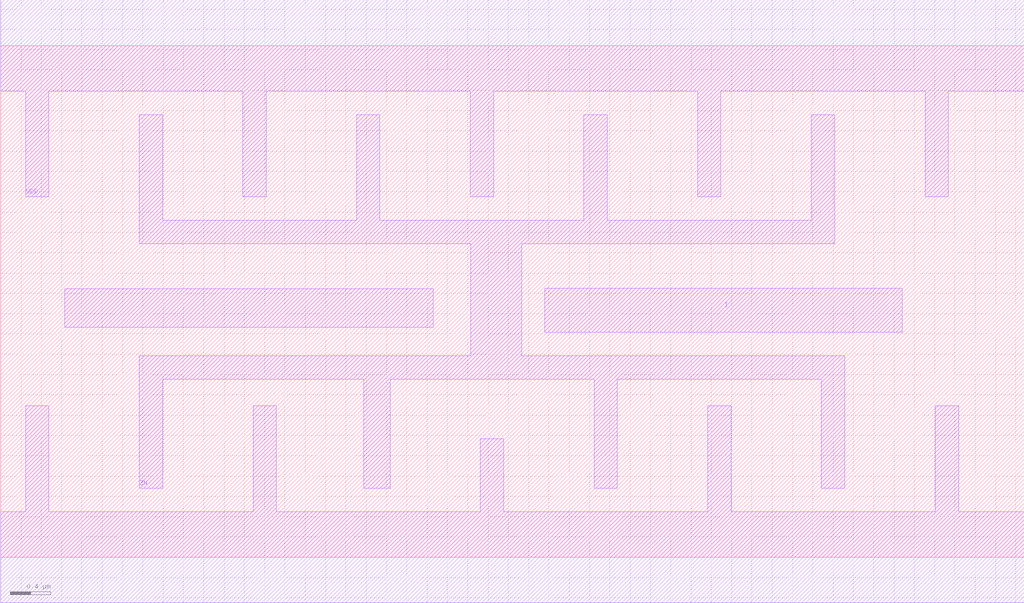
<source format=lef>
# Copyright 2022 GlobalFoundries PDK Authors
#
# Licensed under the Apache License, Version 2.0 (the "License");
# you may not use this file except in compliance with the License.
# You may obtain a copy of the License at
#
#      http://www.apache.org/licenses/LICENSE-2.0
#
# Unless required by applicable law or agreed to in writing, software
# distributed under the License is distributed on an "AS IS" BASIS,
# WITHOUT WARRANTIES OR CONDITIONS OF ANY KIND, either express or implied.
# See the License for the specific language governing permissions and
# limitations under the License.

MACRO gf180mcu_fd_sc_mcu9t5v0__inv_8
  CLASS core ;
  FOREIGN gf180mcu_fd_sc_mcu9t5v0__inv_8 0.0 0.0 ;
  ORIGIN 0 0 ;
  SYMMETRY X Y ;
  SITE GF018hv5v_green_sc9 ;
  SIZE 10.08 BY 5.04 ;
  PIN I
    DIRECTION INPUT ;
    ANTENNAGATEAREA 13.656 ;
    PORT
      LAYER METAL1 ;
        POLYGON 0.63 2.265 4.26 2.265 4.26 2.645 0.63 2.645  ;
        POLYGON 5.36 2.215 8.88 2.215 8.88 2.65 5.36 2.65  ;
    END
  END I
  PIN ZN
    DIRECTION OUTPUT ;
    ANTENNADIFFAREA 7.284 ;
    PORT
      LAYER METAL1 ;
        POLYGON 1.365 3.09 4.63 3.09 4.63 1.985 1.365 1.985 1.365 0.68 1.595 0.68 1.595 1.755 3.575 1.755 3.575 0.68 3.835 0.68 3.835 1.755 5.845 1.755 5.845 0.68 6.075 0.68 6.075 1.755 8.085 1.755 8.085 0.68 8.315 0.68 8.315 1.985 5.13 1.985 5.13 3.09 8.215 3.09 8.215 4.36 7.985 4.36 7.985 3.32 5.975 3.32 5.975 4.36 5.745 4.36 5.745 3.32 3.735 3.32 3.735 4.36 3.505 4.36 3.505 3.32 1.595 3.32 1.595 4.36 1.365 4.36  ;
    END
  END ZN
  PIN VDD
    DIRECTION INOUT ;
    USE power ;
    SHAPE ABUTMENT ;
    PORT
      LAYER METAL1 ;
        POLYGON 0 4.59 0.245 4.59 0.245 3.55 0.475 3.55 0.475 4.59 2.385 4.59 2.385 3.55 2.615 3.55 2.615 4.59 4.625 4.59 4.625 3.55 4.855 3.55 4.855 4.59 6.865 4.59 6.865 3.55 7.095 3.55 7.095 4.59 9.105 4.59 9.105 3.55 9.335 3.55 9.335 4.59 10.08 4.59 10.08 5.49 0 5.49  ;
    END
  END VDD
  PIN VSS
    DIRECTION INOUT ;
    USE ground ;
    SHAPE ABUTMENT ;
    PORT
      LAYER METAL1 ;
        POLYGON 0 -0.45 10.08 -0.45 10.08 0.45 9.435 0.45 9.435 1.49 9.205 1.49 9.205 0.45 7.195 0.45 7.195 1.49 6.965 1.49 6.965 0.45 4.955 0.45 4.955 1.165 4.725 1.165 4.725 0.45 2.715 0.45 2.715 1.49 2.485 1.49 2.485 0.45 0.475 0.45 0.475 1.49 0.245 1.49 0.245 0.45 0 0.45  ;
    END
  END VSS
END gf180mcu_fd_sc_mcu9t5v0__inv_8

</source>
